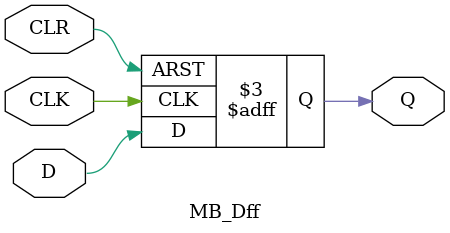
<source format=v>
`timescale 1 ns / 1 ps

module MB_Dff ( CLK ,CLR ,D ,Q );

output Q ;
reg Q ;

input CLK ;
wire CLK ;
input CLR ;
wire CLR ;
input D ;
wire D ;

//}} End of automatically maintained section
		always @ (posedge CLK or negedge CLR)
	begin 
	if (!CLR)
		#18 Q<= 1'b0;
	else 
		Q<= #7 D;
	end
specify
	$setup (D, posedge CLK, 16);
	$hold (posedge CLK, D, 5);
endspecify
// -- Enter your statements here -- //
endmodule

</source>
